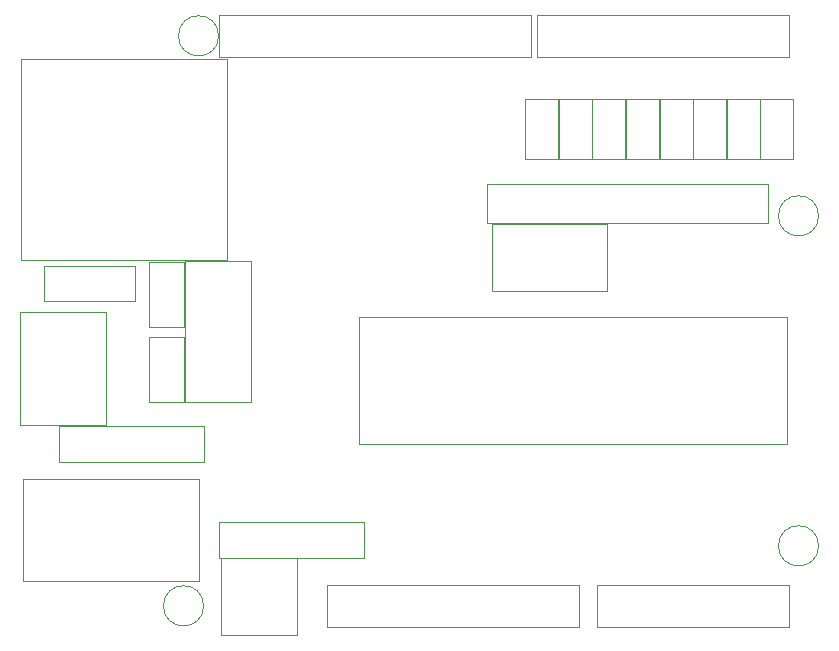
<source format=gbr>
%TF.GenerationSoftware,KiCad,Pcbnew,7.0.5*%
%TF.CreationDate,2023-11-13T21:41:30+01:00*%
%TF.ProjectId,atmega328p_dev_board,61746d65-6761-4333-9238-705f6465765f,rev?*%
%TF.SameCoordinates,Original*%
%TF.FileFunction,Other,User*%
%FSLAX46Y46*%
G04 Gerber Fmt 4.6, Leading zero omitted, Abs format (unit mm)*
G04 Created by KiCad (PCBNEW 7.0.5) date 2023-11-13 21:41:30*
%MOMM*%
%LPD*%
G01*
G04 APERTURE LIST*
%ADD10C,0.050000*%
G04 APERTURE END LIST*
D10*
%TO.C,U1*%
X165100000Y-73050000D02*
X128850000Y-73050000D01*
X128850000Y-73050000D02*
X128850000Y-83750000D01*
X165100000Y-83750000D02*
X165100000Y-73050000D01*
X128850000Y-83750000D02*
X165100000Y-83750000D01*
%TO.C,J5*%
X100220700Y-51164800D02*
X100220700Y-68164800D01*
X100220700Y-68164800D02*
X117620700Y-68164800D01*
X117620700Y-51164800D02*
X100220700Y-51164800D01*
X117620700Y-68164800D02*
X117620700Y-51164800D01*
%TO.C,D8*%
X142900600Y-59614000D02*
X145694600Y-59614000D01*
X145694600Y-59614000D02*
X145694600Y-54534000D01*
X142900600Y-54534000D02*
X142900600Y-59614000D01*
X145694600Y-54534000D02*
X142900600Y-54534000D01*
%TO.C,D7*%
X145745400Y-59614000D02*
X148539400Y-59614000D01*
X148539400Y-59614000D02*
X148539400Y-54534000D01*
X145745400Y-54534000D02*
X145745400Y-59614000D01*
X148539400Y-54534000D02*
X145745400Y-54534000D01*
%TO.C,D6*%
X151384200Y-54534000D02*
X148590200Y-54534000D01*
X148590200Y-54534000D02*
X148590200Y-59614000D01*
X151384200Y-59614000D02*
X151384200Y-54534000D01*
X148590200Y-59614000D02*
X151384200Y-59614000D01*
%TO.C,D5*%
X151435000Y-59614000D02*
X154229000Y-59614000D01*
X154229000Y-59614000D02*
X154229000Y-54534000D01*
X151435000Y-54534000D02*
X151435000Y-59614000D01*
X154229000Y-54534000D02*
X151435000Y-54534000D01*
%TO.C,D4*%
X154279800Y-59614000D02*
X157073800Y-59614000D01*
X157073800Y-59614000D02*
X157073800Y-54534000D01*
X154279800Y-54534000D02*
X154279800Y-59614000D01*
X157073800Y-54534000D02*
X154279800Y-54534000D01*
%TO.C,D3*%
X157124600Y-59614000D02*
X159918600Y-59614000D01*
X159918600Y-59614000D02*
X159918600Y-54534000D01*
X157124600Y-54534000D02*
X157124600Y-59614000D01*
X159918600Y-54534000D02*
X157124600Y-54534000D01*
%TO.C,D2*%
X159969400Y-59614000D02*
X162763400Y-59614000D01*
X162763400Y-59614000D02*
X162763400Y-54534000D01*
X159969400Y-54534000D02*
X159969400Y-59614000D01*
X162763400Y-54534000D02*
X159969400Y-54534000D01*
%TO.C,D1*%
X162814200Y-59614000D02*
X165608200Y-59614000D01*
X165608200Y-59614000D02*
X165608200Y-54534000D01*
X162814200Y-54534000D02*
X162814200Y-59614000D01*
X165608200Y-54534000D02*
X162814200Y-54534000D01*
%TO.C,J1*%
X126140000Y-99260000D02*
X126140000Y-95710000D01*
X147490000Y-99260000D02*
X126140000Y-99260000D01*
X126140000Y-95710000D02*
X147490000Y-95710000D01*
X147490000Y-95710000D02*
X147490000Y-99260000D01*
%TO.C,J3*%
X149000000Y-99260000D02*
X149000000Y-95710000D01*
X165250000Y-99260000D02*
X149000000Y-99260000D01*
X149000000Y-95710000D02*
X165250000Y-95710000D01*
X165250000Y-95710000D02*
X165250000Y-99260000D01*
%TO.C,J2*%
X116996000Y-51000000D02*
X116996000Y-47450000D01*
X143396000Y-51000000D02*
X116996000Y-51000000D01*
X116996000Y-47450000D02*
X143396000Y-47450000D01*
X143396000Y-47450000D02*
X143396000Y-51000000D01*
%TO.C,J4*%
X143920000Y-51000000D02*
X143920000Y-47450000D01*
X165270000Y-51000000D02*
X143920000Y-51000000D01*
X143920000Y-47450000D02*
X165270000Y-47450000D01*
X165270000Y-47450000D02*
X165270000Y-51000000D01*
%TO.C,J6*%
X100412800Y-86749200D02*
X100412800Y-95399200D01*
X100412800Y-95399200D02*
X115312800Y-95399200D01*
X115312800Y-86749200D02*
X100412800Y-86749200D01*
X115312800Y-95399200D02*
X115312800Y-86749200D01*
%TO.C,D9*%
X117100000Y-93448000D02*
X117100000Y-99948000D01*
X117100000Y-99948000D02*
X123550000Y-99948000D01*
X123550000Y-93448000D02*
X117100000Y-93448000D01*
X123550000Y-99948000D02*
X123550000Y-93448000D01*
%TO.C,SW1*%
X140048000Y-65176000D02*
X140048000Y-70826000D01*
X140048000Y-70826000D02*
X149848000Y-70826000D01*
X149848000Y-65176000D02*
X140048000Y-65176000D01*
X149848000Y-70826000D02*
X149848000Y-65176000D01*
%TO.C,RN1*%
X139702000Y-61774000D02*
X139702000Y-65074000D01*
X139702000Y-65074000D02*
X163452000Y-65074000D01*
X163452000Y-61774000D02*
X139702000Y-61774000D01*
X163452000Y-65074000D02*
X163452000Y-61774000D01*
%TO.C,MH1*%
X116940000Y-49200000D02*
G75*
G03*
X116940000Y-49200000I-1700000J0D01*
G01*
%TO.C,C2*%
X111047600Y-80174800D02*
X114047600Y-80174800D01*
X114047600Y-80174800D02*
X114047600Y-74674800D01*
X111047600Y-74674800D02*
X111047600Y-80174800D01*
X114047600Y-74674800D02*
X111047600Y-74674800D01*
%TO.C,C3*%
X102195200Y-68680400D02*
X102195200Y-71680400D01*
X102195200Y-71680400D02*
X109895200Y-71680400D01*
X109895200Y-68680400D02*
X102195200Y-68680400D01*
X109895200Y-71680400D02*
X109895200Y-68680400D01*
%TO.C,Y1*%
X114065600Y-80196800D02*
X119665600Y-80196800D01*
X119665600Y-80196800D02*
X119665600Y-68296800D01*
X114065600Y-68296800D02*
X114065600Y-80196800D01*
X119665600Y-68296800D02*
X114065600Y-68296800D01*
%TO.C,R1*%
X103420400Y-82244000D02*
X103420400Y-85244000D01*
X103420400Y-85244000D02*
X115680400Y-85244000D01*
X115680400Y-82244000D02*
X103420400Y-82244000D01*
X115680400Y-85244000D02*
X115680400Y-82244000D01*
%TO.C,MH2*%
X115670000Y-97460000D02*
G75*
G03*
X115670000Y-97460000I-1700000J0D01*
G01*
%TO.C,MH3*%
X167740000Y-64440000D02*
G75*
G03*
X167740000Y-64440000I-1700000J0D01*
G01*
%TO.C,MH4*%
X167740000Y-92380000D02*
G75*
G03*
X167740000Y-92380000I-1700000J0D01*
G01*
%TO.C,C1*%
X111047600Y-73824800D02*
X114047600Y-73824800D01*
X114047600Y-73824800D02*
X114047600Y-68324800D01*
X111047600Y-68324800D02*
X111047600Y-73824800D01*
X114047600Y-68324800D02*
X111047600Y-68324800D01*
%TO.C,SW2*%
X100146400Y-82129200D02*
X100146400Y-72579200D01*
X107396400Y-82129200D02*
X100146400Y-82129200D01*
X100146400Y-72579200D02*
X107396400Y-72579200D01*
X107396400Y-72579200D02*
X107396400Y-82129200D01*
%TO.C,R2*%
X129244000Y-93372000D02*
X129244000Y-90372000D01*
X129244000Y-90372000D02*
X116984000Y-90372000D01*
X116984000Y-93372000D02*
X129244000Y-93372000D01*
X116984000Y-90372000D02*
X116984000Y-93372000D01*
%TD*%
M02*

</source>
